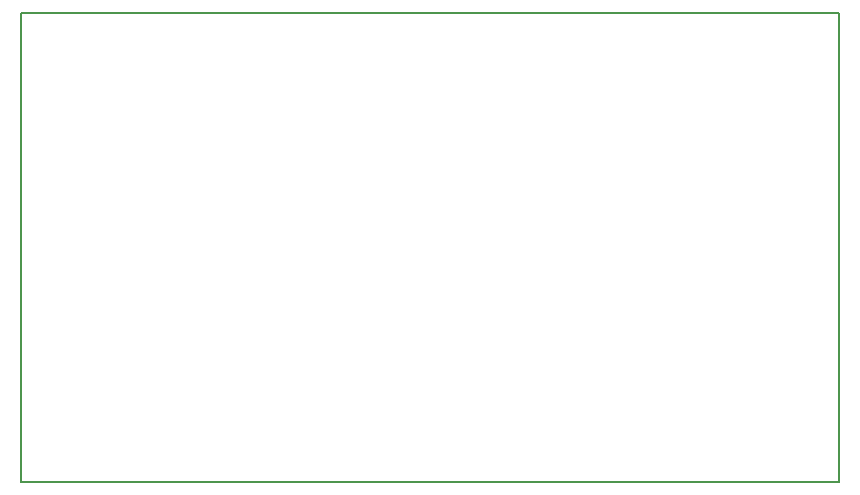
<source format=gbr>
%TF.GenerationSoftware,KiCad,Pcbnew,(6.0.2)*%
%TF.CreationDate,2022-03-17T20:21:47-04:00*%
%TF.ProjectId,sparkboxBreakout,73706172-6b62-46f7-9842-7265616b6f75,rev?*%
%TF.SameCoordinates,Original*%
%TF.FileFunction,Profile,NP*%
%FSLAX46Y46*%
G04 Gerber Fmt 4.6, Leading zero omitted, Abs format (unit mm)*
G04 Created by KiCad (PCBNEW (6.0.2)) date 2022-03-17 20:21:47*
%MOMM*%
%LPD*%
G01*
G04 APERTURE LIST*
%TA.AperFunction,Profile*%
%ADD10C,0.150000*%
%TD*%
G04 APERTURE END LIST*
D10*
X91575000Y-79025000D02*
X160775000Y-79025000D01*
X160775000Y-79025000D02*
X160775000Y-118800000D01*
X160775000Y-118800000D02*
X91575000Y-118800000D01*
X91575000Y-118800000D02*
X91575000Y-79025000D01*
M02*

</source>
